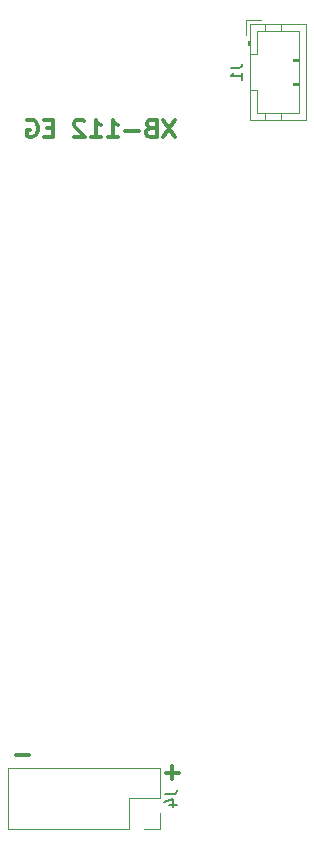
<source format=gbr>
G04 #@! TF.GenerationSoftware,KiCad,Pcbnew,(5.1.0)-1*
G04 #@! TF.CreationDate,2019-04-07T20:12:25-04:00*
G04 #@! TF.ProjectId,envelope,656e7665-6c6f-4706-952e-6b696361645f,rev?*
G04 #@! TF.SameCoordinates,Original*
G04 #@! TF.FileFunction,Legend,Bot*
G04 #@! TF.FilePolarity,Positive*
%FSLAX46Y46*%
G04 Gerber Fmt 4.6, Leading zero omitted, Abs format (unit mm)*
G04 Created by KiCad (PCBNEW (5.1.0)-1) date 2019-04-07 20:12:25*
%MOMM*%
%LPD*%
G04 APERTURE LIST*
%ADD10C,0.300000*%
%ADD11C,0.120000*%
%ADD12C,0.150000*%
G04 APERTURE END LIST*
D10*
X114236571Y-111867142D02*
X115379428Y-111867142D01*
X126936571Y-113391142D02*
X128079428Y-113391142D01*
X127508000Y-113962571D02*
X127508000Y-112819714D01*
X127733428Y-58106571D02*
X126733428Y-59606571D01*
X126733428Y-58106571D02*
X127733428Y-59606571D01*
X125662000Y-58820857D02*
X125447714Y-58892285D01*
X125376285Y-58963714D01*
X125304857Y-59106571D01*
X125304857Y-59320857D01*
X125376285Y-59463714D01*
X125447714Y-59535142D01*
X125590571Y-59606571D01*
X126162000Y-59606571D01*
X126162000Y-58106571D01*
X125662000Y-58106571D01*
X125519142Y-58178000D01*
X125447714Y-58249428D01*
X125376285Y-58392285D01*
X125376285Y-58535142D01*
X125447714Y-58678000D01*
X125519142Y-58749428D01*
X125662000Y-58820857D01*
X126162000Y-58820857D01*
X124662000Y-59035142D02*
X123519142Y-59035142D01*
X122019142Y-59606571D02*
X122876285Y-59606571D01*
X122447714Y-59606571D02*
X122447714Y-58106571D01*
X122590571Y-58320857D01*
X122733428Y-58463714D01*
X122876285Y-58535142D01*
X120590571Y-59606571D02*
X121447714Y-59606571D01*
X121019142Y-59606571D02*
X121019142Y-58106571D01*
X121162000Y-58320857D01*
X121304857Y-58463714D01*
X121447714Y-58535142D01*
X120019142Y-58249428D02*
X119947714Y-58178000D01*
X119804857Y-58106571D01*
X119447714Y-58106571D01*
X119304857Y-58178000D01*
X119233428Y-58249428D01*
X119162000Y-58392285D01*
X119162000Y-58535142D01*
X119233428Y-58749428D01*
X120090571Y-59606571D01*
X119162000Y-59606571D01*
X117376285Y-58820857D02*
X116876285Y-58820857D01*
X116662000Y-59606571D02*
X117376285Y-59606571D01*
X117376285Y-58106571D01*
X116662000Y-58106571D01*
X115233428Y-58178000D02*
X115376285Y-58106571D01*
X115590571Y-58106571D01*
X115804857Y-58178000D01*
X115947714Y-58320857D01*
X116019142Y-58463714D01*
X116090571Y-58749428D01*
X116090571Y-58963714D01*
X116019142Y-59249428D01*
X115947714Y-59392285D01*
X115804857Y-59535142D01*
X115590571Y-59606571D01*
X115447714Y-59606571D01*
X115233428Y-59535142D01*
X115162000Y-59463714D01*
X115162000Y-58963714D01*
X115447714Y-58963714D01*
D11*
X126425000Y-118170000D02*
X126425000Y-116840000D01*
X125095000Y-118170000D02*
X126425000Y-118170000D01*
X126425000Y-115570000D02*
X126425000Y-112970000D01*
X123825000Y-115570000D02*
X126425000Y-115570000D01*
X123825000Y-118170000D02*
X123825000Y-115570000D01*
X126425000Y-112970000D02*
X113605000Y-112970000D01*
X123825000Y-118170000D02*
X113605000Y-118170000D01*
X113605000Y-118170000D02*
X113605000Y-112970000D01*
X133780000Y-49710000D02*
X135030000Y-49710000D01*
X133780000Y-50960000D02*
X133780000Y-49710000D01*
X138190000Y-55070000D02*
X137690000Y-55070000D01*
X137690000Y-55170000D02*
X138190000Y-55170000D01*
X137690000Y-54970000D02*
X137690000Y-55170000D01*
X138190000Y-54970000D02*
X137690000Y-54970000D01*
X138190000Y-53070000D02*
X137690000Y-53070000D01*
X137690000Y-53170000D02*
X138190000Y-53170000D01*
X137690000Y-52970000D02*
X137690000Y-53170000D01*
X138190000Y-52970000D02*
X137690000Y-52970000D01*
X136690000Y-58130000D02*
X136690000Y-57520000D01*
X135390000Y-58130000D02*
X135390000Y-57520000D01*
X136690000Y-50010000D02*
X136690000Y-50620000D01*
X135390000Y-50010000D02*
X135390000Y-50620000D01*
X134690000Y-55570000D02*
X134080000Y-55570000D01*
X134690000Y-57520000D02*
X134690000Y-55570000D01*
X138190000Y-57520000D02*
X134690000Y-57520000D01*
X138190000Y-50620000D02*
X138190000Y-57520000D01*
X134690000Y-50620000D02*
X138190000Y-50620000D01*
X134690000Y-52570000D02*
X134690000Y-50620000D01*
X134080000Y-52570000D02*
X134690000Y-52570000D01*
X133980000Y-51770000D02*
X133980000Y-51470000D01*
X133880000Y-51470000D02*
X134080000Y-51470000D01*
X133880000Y-51770000D02*
X133880000Y-51470000D01*
X134080000Y-51770000D02*
X133880000Y-51770000D01*
X134080000Y-58130000D02*
X134080000Y-50010000D01*
X138800000Y-58130000D02*
X134080000Y-58130000D01*
X138800000Y-50010000D02*
X138800000Y-58130000D01*
X134080000Y-50010000D02*
X138800000Y-50010000D01*
D12*
X126877380Y-115236666D02*
X127591666Y-115236666D01*
X127734523Y-115189047D01*
X127829761Y-115093809D01*
X127877380Y-114950952D01*
X127877380Y-114855714D01*
X127210714Y-116141428D02*
X127877380Y-116141428D01*
X126829761Y-115903333D02*
X127544047Y-115665238D01*
X127544047Y-116284285D01*
X132442380Y-53736666D02*
X133156666Y-53736666D01*
X133299523Y-53689047D01*
X133394761Y-53593809D01*
X133442380Y-53450952D01*
X133442380Y-53355714D01*
X133442380Y-54736666D02*
X133442380Y-54165238D01*
X133442380Y-54450952D02*
X132442380Y-54450952D01*
X132585238Y-54355714D01*
X132680476Y-54260476D01*
X132728095Y-54165238D01*
M02*

</source>
